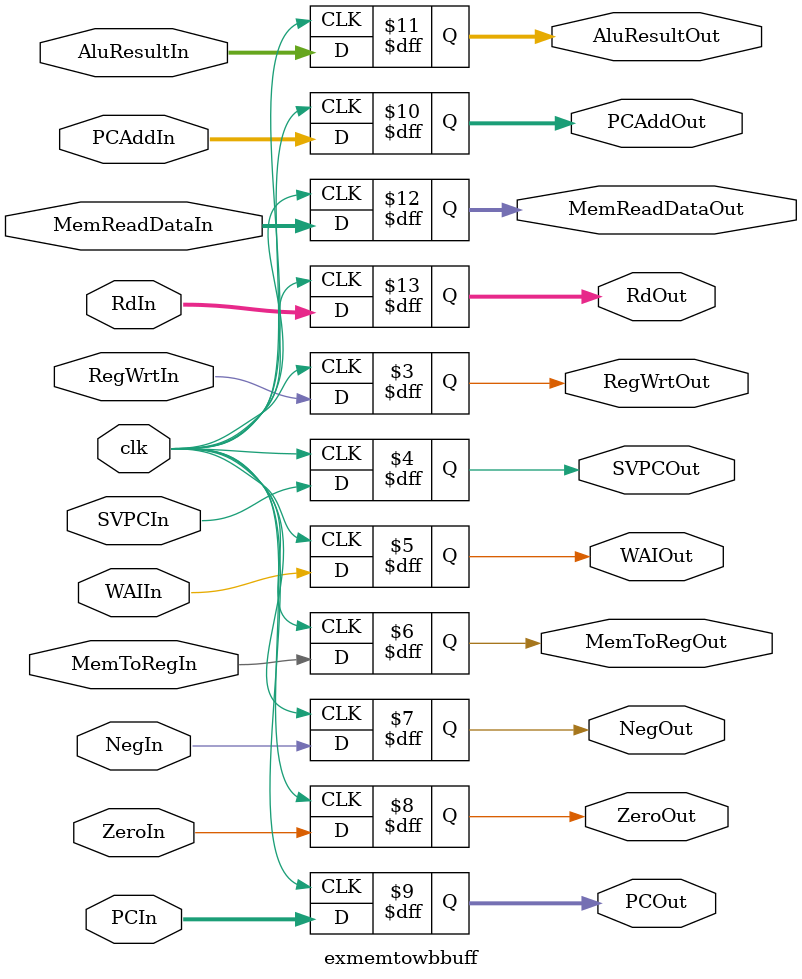
<source format=v>
`timescale 1ns / 1ps


module exmemtowbbuff(clk, RegWrtIn, SVPCIn, WAIIn, MemToRegIn, PCIn, PCAddIn, NegIn, ZeroIn,  AluResultIn, MemReadDataIn, RdIn, RegWrtOut, SVPCOut, WAIOut, MemToRegOut, PCOut, PCAddOut, NegOut, ZeroOut, AluResultOut, MemReadDataOut, RdOut);

input clk;

input RegWrtIn, SVPCIn, WAIIn, MemToRegIn, NegIn, ZeroIn; 
input [31:0] PCIn, PCAddIn, AluResultIn, MemReadDataIn; 
input [5:0] RdIn;

output reg RegWrtOut, SVPCOut, WAIOut, MemToRegOut, NegOut, ZeroOut; 
output reg [31:0] PCOut, PCAddOut, AluResultOut, MemReadDataOut; 
output reg [5:0] RdOut;

initial
begin
    RegWrtOut = 0; 
    SVPCOut = 0;
    WAIOut = 0; 
    MemToRegOut = 0; 
    PCOut = 0; 
    PCAddOut = 0; 
    NegOut = 0;
    ZeroOut = 0; 
    AluResultOut = 0;
    MemReadDataOut = 0;
    RdOut = 0;
end

always@(posedge clk)
begin
    RegWrtOut = RegWrtIn; 
    SVPCOut = SVPCIn;
    WAIOut = WAIIn; 
    MemToRegOut = MemToRegIn; 
    PCOut = PCIn; 
    PCAddOut = PCAddIn; 
    NegOut = NegIn;
    ZeroOut = ZeroIn; 
    AluResultOut = AluResultIn;
    MemReadDataOut = MemReadDataIn;
    RdOut = RdIn;
end

endmodule
</source>
